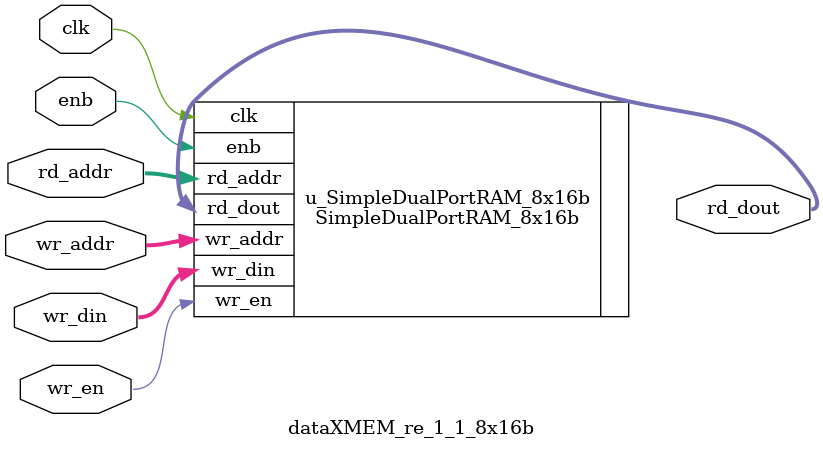
<source format=v>



`timescale 1 ns / 1 ns

module dataXMEM_re_1_1_8x16b
          (
           clk,
           enb,
           wr_din,
           wr_addr,
           wr_en,
           rd_addr,
           rd_dout
          );


  input   clk;
  input   enb;
  input   signed [15:0] wr_din;  // sfix16
  input   [2:0] wr_addr;  // ufix3
  input   wr_en;  // ufix1
  input   [2:0] rd_addr;  // ufix3
  output  signed [15:0] rd_dout;  // sfix16




  SimpleDualPortRAM_8x16b   u_SimpleDualPortRAM_8x16b   (.clk(clk),
                                                         .enb(enb),
                                                         .wr_din(wr_din),  // sfix16
                                                         .wr_addr(wr_addr),  // ufix3
                                                         .wr_en(wr_en),  // ufix1
                                                         .rd_addr(rd_addr),  // ufix3
                                                         .rd_dout(rd_dout)  // sfix16
                                                         );

endmodule  // dataXMEM_re_1_1_8x16b


</source>
